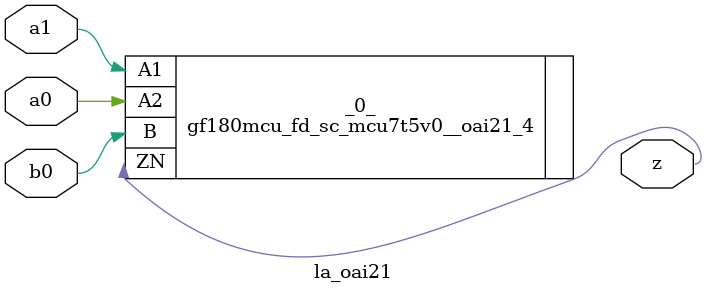
<source format=v>

/* Generated by Yosys 0.44 (git sha1 80ba43d26, g++ 11.4.0-1ubuntu1~22.04 -fPIC -O3) */

(* top =  1  *)
(* src = "inputs/la_oai21.v:10.1-21.10" *)
module la_oai21 (
    a0,
    a1,
    b0,
    z
);
  (* src = "inputs/la_oai21.v:13.12-13.14" *)
  input a0;
  wire a0;
  (* src = "inputs/la_oai21.v:14.12-14.14" *)
  input a1;
  wire a1;
  (* src = "inputs/la_oai21.v:15.12-15.14" *)
  input b0;
  wire b0;
  (* src = "inputs/la_oai21.v:16.12-16.13" *)
  output z;
  wire z;
  gf180mcu_fd_sc_mcu7t5v0__oai21_4 _0_ (
      .A1(a1),
      .A2(a0),
      .B (b0),
      .ZN(z)
  );
endmodule

</source>
